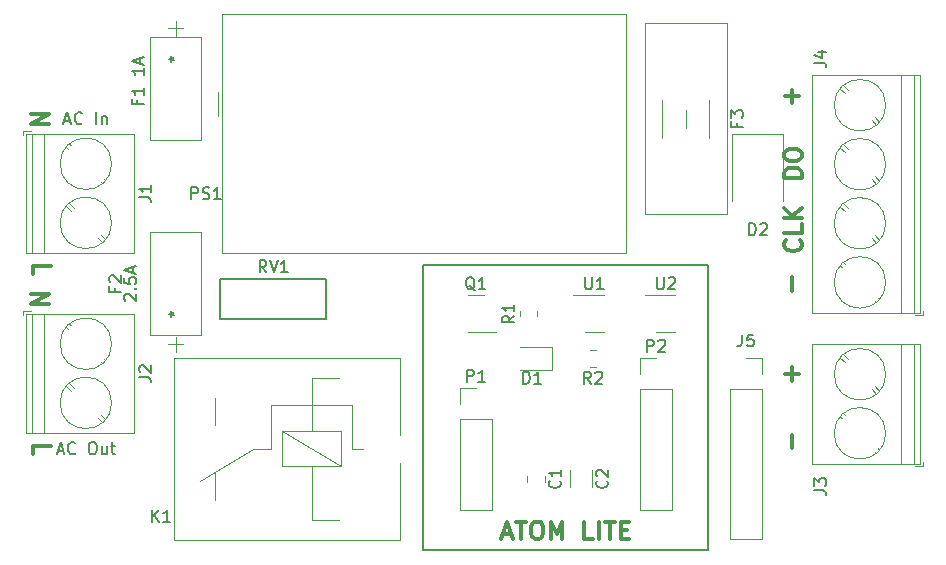
<source format=gbr>
G04 #@! TF.GenerationSoftware,KiCad,Pcbnew,5.99.0-unknown-9aa9857685~131~ubuntu21.04.1*
G04 #@! TF.CreationDate,2021-08-15T16:35:44-05:00*
G04 #@! TF.ProjectId,LED_Pro,4c45445f-5072-46f2-9e6b-696361645f70,rev?*
G04 #@! TF.SameCoordinates,Original*
G04 #@! TF.FileFunction,Legend,Top*
G04 #@! TF.FilePolarity,Positive*
%FSLAX46Y46*%
G04 Gerber Fmt 4.6, Leading zero omitted, Abs format (unit mm)*
G04 Created by KiCad (PCBNEW 5.99.0-unknown-9aa9857685~131~ubuntu21.04.1) date 2021-08-15 16:35:44*
%MOMM*%
%LPD*%
G01*
G04 APERTURE LIST*
%ADD10C,0.300000*%
%ADD11C,0.200000*%
%ADD12C,0.150000*%
%ADD13C,0.120000*%
G04 APERTURE END LIST*
D10*
X121642857Y-108835000D02*
X122357142Y-108835000D01*
X121500000Y-109263571D02*
X122000000Y-107763571D01*
X122500000Y-109263571D01*
X122785714Y-107763571D02*
X123642857Y-107763571D01*
X123214285Y-109263571D02*
X123214285Y-107763571D01*
X124428571Y-107763571D02*
X124714285Y-107763571D01*
X124857142Y-107835000D01*
X125000000Y-107977857D01*
X125071428Y-108263571D01*
X125071428Y-108763571D01*
X125000000Y-109049285D01*
X124857142Y-109192142D01*
X124714285Y-109263571D01*
X124428571Y-109263571D01*
X124285714Y-109192142D01*
X124142857Y-109049285D01*
X124071428Y-108763571D01*
X124071428Y-108263571D01*
X124142857Y-107977857D01*
X124285714Y-107835000D01*
X124428571Y-107763571D01*
X125714285Y-109263571D02*
X125714285Y-107763571D01*
X126214285Y-108835000D01*
X126714285Y-107763571D01*
X126714285Y-109263571D01*
X129285714Y-109263571D02*
X128571428Y-109263571D01*
X128571428Y-107763571D01*
X129785714Y-109263571D02*
X129785714Y-107763571D01*
X130285714Y-107763571D02*
X131142857Y-107763571D01*
X130714285Y-109263571D02*
X130714285Y-107763571D01*
X131642857Y-108477857D02*
X132142857Y-108477857D01*
X132357142Y-109263571D02*
X131642857Y-109263571D01*
X131642857Y-107763571D01*
X132357142Y-107763571D01*
X146839714Y-83950857D02*
X146911142Y-84022285D01*
X146982571Y-84236571D01*
X146982571Y-84379428D01*
X146911142Y-84593714D01*
X146768285Y-84736571D01*
X146625428Y-84808000D01*
X146339714Y-84879428D01*
X146125428Y-84879428D01*
X145839714Y-84808000D01*
X145696857Y-84736571D01*
X145554000Y-84593714D01*
X145482571Y-84379428D01*
X145482571Y-84236571D01*
X145554000Y-84022285D01*
X145625428Y-83950857D01*
X146982571Y-82593714D02*
X146982571Y-83308000D01*
X145482571Y-83308000D01*
X146982571Y-82093714D02*
X145482571Y-82093714D01*
X146982571Y-81236571D02*
X146125428Y-81879428D01*
X145482571Y-81236571D02*
X146339714Y-82093714D01*
X146982571Y-78648571D02*
X145482571Y-78648571D01*
X145482571Y-78291428D01*
X145554000Y-78077142D01*
X145696857Y-77934285D01*
X145839714Y-77862857D01*
X146125428Y-77791428D01*
X146339714Y-77791428D01*
X146625428Y-77862857D01*
X146768285Y-77934285D01*
X146911142Y-78077142D01*
X146982571Y-78291428D01*
X146982571Y-78648571D01*
X145482571Y-76862857D02*
X145482571Y-76577142D01*
X145554000Y-76434285D01*
X145696857Y-76291428D01*
X145982571Y-76220000D01*
X146482571Y-76220000D01*
X146768285Y-76291428D01*
X146911142Y-76434285D01*
X146982571Y-76577142D01*
X146982571Y-76862857D01*
X146911142Y-77005714D01*
X146768285Y-77148571D01*
X146482571Y-77220000D01*
X145982571Y-77220000D01*
X145696857Y-77148571D01*
X145554000Y-77005714D01*
X145482571Y-76862857D01*
D11*
X139065000Y-86070000D02*
X114935000Y-86070000D01*
X139065000Y-110200000D02*
X139065000Y-86070000D01*
X114935000Y-86070000D02*
X114935000Y-110200000D01*
X114935000Y-110200000D02*
X139065000Y-110200000D01*
D10*
X146157142Y-95821428D02*
X146157142Y-94678571D01*
X146728571Y-95250000D02*
X145585714Y-95250000D01*
X83228571Y-89328571D02*
X81728571Y-89328571D01*
X83228571Y-88471428D01*
X81728571Y-88471428D01*
X81871428Y-86824285D02*
X81871428Y-86110000D01*
X83371428Y-86110000D01*
X83228571Y-74088571D02*
X81728571Y-74088571D01*
X83228571Y-73231428D01*
X81728571Y-73231428D01*
X81871428Y-102064285D02*
X81871428Y-101350000D01*
X83371428Y-101350000D01*
X146157142Y-101536428D02*
X146157142Y-100393571D01*
X146157142Y-88201428D02*
X146157142Y-87058571D01*
X146157142Y-72326428D02*
X146157142Y-71183571D01*
X146728571Y-71755000D02*
X145585714Y-71755000D01*
D12*
X91971904Y-107767380D02*
X91971904Y-106767380D01*
X92543333Y-107767380D02*
X92114761Y-107195952D01*
X92543333Y-106767380D02*
X91971904Y-107338809D01*
X93495714Y-107767380D02*
X92924285Y-107767380D01*
X93210000Y-107767380D02*
X93210000Y-106767380D01*
X93114761Y-106910238D01*
X93019523Y-107005476D01*
X92924285Y-107053095D01*
X142517904Y-83510380D02*
X142517904Y-82510380D01*
X142756000Y-82510380D01*
X142898857Y-82558000D01*
X142994095Y-82653238D01*
X143041714Y-82748476D01*
X143089333Y-82938952D01*
X143089333Y-83081809D01*
X143041714Y-83272285D01*
X142994095Y-83367523D01*
X142898857Y-83462761D01*
X142756000Y-83510380D01*
X142517904Y-83510380D01*
X143470285Y-82605619D02*
X143517904Y-82558000D01*
X143613142Y-82510380D01*
X143851238Y-82510380D01*
X143946476Y-82558000D01*
X143994095Y-82605619D01*
X144041714Y-82700857D01*
X144041714Y-82796095D01*
X143994095Y-82938952D01*
X143422666Y-83510380D01*
X144041714Y-83510380D01*
X95305714Y-80462380D02*
X95305714Y-79462380D01*
X95686666Y-79462380D01*
X95781904Y-79510000D01*
X95829523Y-79557619D01*
X95877142Y-79652857D01*
X95877142Y-79795714D01*
X95829523Y-79890952D01*
X95781904Y-79938571D01*
X95686666Y-79986190D01*
X95305714Y-79986190D01*
X96258095Y-80414761D02*
X96400952Y-80462380D01*
X96639047Y-80462380D01*
X96734285Y-80414761D01*
X96781904Y-80367142D01*
X96829523Y-80271904D01*
X96829523Y-80176666D01*
X96781904Y-80081428D01*
X96734285Y-80033809D01*
X96639047Y-79986190D01*
X96448571Y-79938571D01*
X96353333Y-79890952D01*
X96305714Y-79843333D01*
X96258095Y-79748095D01*
X96258095Y-79652857D01*
X96305714Y-79557619D01*
X96353333Y-79510000D01*
X96448571Y-79462380D01*
X96686666Y-79462380D01*
X96829523Y-79510000D01*
X97781904Y-80462380D02*
X97210476Y-80462380D01*
X97496190Y-80462380D02*
X97496190Y-79462380D01*
X97400952Y-79605238D01*
X97305714Y-79700476D01*
X97210476Y-79748095D01*
X141458571Y-73993333D02*
X141458571Y-74326666D01*
X141982380Y-74326666D02*
X140982380Y-74326666D01*
X140982380Y-73850476D01*
X140982380Y-73564761D02*
X140982380Y-72945714D01*
X141363333Y-73279047D01*
X141363333Y-73136190D01*
X141410952Y-73040952D01*
X141458571Y-72993333D01*
X141553809Y-72945714D01*
X141791904Y-72945714D01*
X141887142Y-72993333D01*
X141934761Y-73040952D01*
X141982380Y-73136190D01*
X141982380Y-73421904D01*
X141934761Y-73517142D01*
X141887142Y-73564761D01*
X90872380Y-80303333D02*
X91586666Y-80303333D01*
X91729523Y-80350952D01*
X91824761Y-80446190D01*
X91872380Y-80589047D01*
X91872380Y-80684285D01*
X91872380Y-79303333D02*
X91872380Y-79874761D01*
X91872380Y-79589047D02*
X90872380Y-79589047D01*
X91015238Y-79684285D01*
X91110476Y-79779523D01*
X91158095Y-79874761D01*
X84550476Y-73826666D02*
X85026666Y-73826666D01*
X84455238Y-74112380D02*
X84788571Y-73112380D01*
X85121904Y-74112380D01*
X86026666Y-74017142D02*
X85979047Y-74064761D01*
X85836190Y-74112380D01*
X85740952Y-74112380D01*
X85598095Y-74064761D01*
X85502857Y-73969523D01*
X85455238Y-73874285D01*
X85407619Y-73683809D01*
X85407619Y-73540952D01*
X85455238Y-73350476D01*
X85502857Y-73255238D01*
X85598095Y-73160000D01*
X85740952Y-73112380D01*
X85836190Y-73112380D01*
X85979047Y-73160000D01*
X86026666Y-73207619D01*
X87217142Y-74112380D02*
X87217142Y-73112380D01*
X87693333Y-73445714D02*
X87693333Y-74112380D01*
X87693333Y-73540952D02*
X87740952Y-73493333D01*
X87836190Y-73445714D01*
X87979047Y-73445714D01*
X88074285Y-73493333D01*
X88121904Y-73588571D01*
X88121904Y-74112380D01*
X90872380Y-95543333D02*
X91586666Y-95543333D01*
X91729523Y-95590952D01*
X91824761Y-95686190D01*
X91872380Y-95829047D01*
X91872380Y-95924285D01*
X90967619Y-95114761D02*
X90920000Y-95067142D01*
X90872380Y-94971904D01*
X90872380Y-94733809D01*
X90920000Y-94638571D01*
X90967619Y-94590952D01*
X91062857Y-94543333D01*
X91158095Y-94543333D01*
X91300952Y-94590952D01*
X91872380Y-95162380D01*
X91872380Y-94543333D01*
X83979047Y-101766666D02*
X84455238Y-101766666D01*
X83883809Y-102052380D02*
X84217142Y-101052380D01*
X84550476Y-102052380D01*
X85455238Y-101957142D02*
X85407619Y-102004761D01*
X85264761Y-102052380D01*
X85169523Y-102052380D01*
X85026666Y-102004761D01*
X84931428Y-101909523D01*
X84883809Y-101814285D01*
X84836190Y-101623809D01*
X84836190Y-101480952D01*
X84883809Y-101290476D01*
X84931428Y-101195238D01*
X85026666Y-101100000D01*
X85169523Y-101052380D01*
X85264761Y-101052380D01*
X85407619Y-101100000D01*
X85455238Y-101147619D01*
X86836190Y-101052380D02*
X87026666Y-101052380D01*
X87121904Y-101100000D01*
X87217142Y-101195238D01*
X87264761Y-101385714D01*
X87264761Y-101719047D01*
X87217142Y-101909523D01*
X87121904Y-102004761D01*
X87026666Y-102052380D01*
X86836190Y-102052380D01*
X86740952Y-102004761D01*
X86645714Y-101909523D01*
X86598095Y-101719047D01*
X86598095Y-101385714D01*
X86645714Y-101195238D01*
X86740952Y-101100000D01*
X86836190Y-101052380D01*
X88121904Y-101385714D02*
X88121904Y-102052380D01*
X87693333Y-101385714D02*
X87693333Y-101909523D01*
X87740952Y-102004761D01*
X87836190Y-102052380D01*
X87979047Y-102052380D01*
X88074285Y-102004761D01*
X88121904Y-101957142D01*
X88455238Y-101385714D02*
X88836190Y-101385714D01*
X88598095Y-101052380D02*
X88598095Y-101909523D01*
X88645714Y-102004761D01*
X88740952Y-102052380D01*
X88836190Y-102052380D01*
X148042380Y-105108333D02*
X148756666Y-105108333D01*
X148899523Y-105155952D01*
X148994761Y-105251190D01*
X149042380Y-105394047D01*
X149042380Y-105489285D01*
X148042380Y-104727380D02*
X148042380Y-104108333D01*
X148423333Y-104441666D01*
X148423333Y-104298809D01*
X148470952Y-104203571D01*
X148518571Y-104155952D01*
X148613809Y-104108333D01*
X148851904Y-104108333D01*
X148947142Y-104155952D01*
X148994761Y-104203571D01*
X149042380Y-104298809D01*
X149042380Y-104584523D01*
X148994761Y-104679761D01*
X148947142Y-104727380D01*
X148042380Y-68913333D02*
X148756666Y-68913333D01*
X148899523Y-68960952D01*
X148994761Y-69056190D01*
X149042380Y-69199047D01*
X149042380Y-69294285D01*
X148375714Y-68008571D02*
X149042380Y-68008571D01*
X147994761Y-68246666D02*
X148709047Y-68484761D01*
X148709047Y-67865714D01*
X141906666Y-91932380D02*
X141906666Y-92646666D01*
X141859047Y-92789523D01*
X141763809Y-92884761D01*
X141620952Y-92932380D01*
X141525714Y-92932380D01*
X142859047Y-91932380D02*
X142382857Y-91932380D01*
X142335238Y-92408571D01*
X142382857Y-92360952D01*
X142478095Y-92313333D01*
X142716190Y-92313333D01*
X142811428Y-92360952D01*
X142859047Y-92408571D01*
X142906666Y-92503809D01*
X142906666Y-92741904D01*
X142859047Y-92837142D01*
X142811428Y-92884761D01*
X142716190Y-92932380D01*
X142478095Y-92932380D01*
X142382857Y-92884761D01*
X142335238Y-92837142D01*
X118641904Y-95917380D02*
X118641904Y-94917380D01*
X119022857Y-94917380D01*
X119118095Y-94965000D01*
X119165714Y-95012619D01*
X119213333Y-95107857D01*
X119213333Y-95250714D01*
X119165714Y-95345952D01*
X119118095Y-95393571D01*
X119022857Y-95441190D01*
X118641904Y-95441190D01*
X120165714Y-95917380D02*
X119594285Y-95917380D01*
X119880000Y-95917380D02*
X119880000Y-94917380D01*
X119784761Y-95060238D01*
X119689523Y-95155476D01*
X119594285Y-95203095D01*
X133881904Y-93377380D02*
X133881904Y-92377380D01*
X134262857Y-92377380D01*
X134358095Y-92425000D01*
X134405714Y-92472619D01*
X134453333Y-92567857D01*
X134453333Y-92710714D01*
X134405714Y-92805952D01*
X134358095Y-92853571D01*
X134262857Y-92901190D01*
X133881904Y-92901190D01*
X134834285Y-92472619D02*
X134881904Y-92425000D01*
X134977142Y-92377380D01*
X135215238Y-92377380D01*
X135310476Y-92425000D01*
X135358095Y-92472619D01*
X135405714Y-92567857D01*
X135405714Y-92663095D01*
X135358095Y-92805952D01*
X134786666Y-93377380D01*
X135405714Y-93377380D01*
X128645595Y-87082380D02*
X128645595Y-87891904D01*
X128693214Y-87987142D01*
X128740833Y-88034761D01*
X128836071Y-88082380D01*
X129026547Y-88082380D01*
X129121785Y-88034761D01*
X129169404Y-87987142D01*
X129217023Y-87891904D01*
X129217023Y-87082380D01*
X130217023Y-88082380D02*
X129645595Y-88082380D01*
X129931309Y-88082380D02*
X129931309Y-87082380D01*
X129836071Y-87225238D01*
X129740833Y-87320476D01*
X129645595Y-87368095D01*
X134713095Y-87082380D02*
X134713095Y-87891904D01*
X134760714Y-87987142D01*
X134808333Y-88034761D01*
X134903571Y-88082380D01*
X135094047Y-88082380D01*
X135189285Y-88034761D01*
X135236904Y-87987142D01*
X135284523Y-87891904D01*
X135284523Y-87082380D01*
X135713095Y-87177619D02*
X135760714Y-87130000D01*
X135855952Y-87082380D01*
X136094047Y-87082380D01*
X136189285Y-87130000D01*
X136236904Y-87177619D01*
X136284523Y-87272857D01*
X136284523Y-87368095D01*
X136236904Y-87510952D01*
X135665476Y-88082380D01*
X136284523Y-88082380D01*
X119284761Y-88177619D02*
X119189523Y-88130000D01*
X119094285Y-88034761D01*
X118951428Y-87891904D01*
X118856190Y-87844285D01*
X118760952Y-87844285D01*
X118808571Y-88082380D02*
X118713333Y-88034761D01*
X118618095Y-87939523D01*
X118570476Y-87749047D01*
X118570476Y-87415714D01*
X118618095Y-87225238D01*
X118713333Y-87130000D01*
X118808571Y-87082380D01*
X118999047Y-87082380D01*
X119094285Y-87130000D01*
X119189523Y-87225238D01*
X119237142Y-87415714D01*
X119237142Y-87749047D01*
X119189523Y-87939523D01*
X119094285Y-88034761D01*
X118999047Y-88082380D01*
X118808571Y-88082380D01*
X120189523Y-88082380D02*
X119618095Y-88082380D01*
X119903809Y-88082380D02*
X119903809Y-87082380D01*
X119808571Y-87225238D01*
X119713333Y-87320476D01*
X119618095Y-87368095D01*
X122627380Y-90336666D02*
X122151190Y-90670000D01*
X122627380Y-90908095D02*
X121627380Y-90908095D01*
X121627380Y-90527142D01*
X121675000Y-90431904D01*
X121722619Y-90384285D01*
X121817857Y-90336666D01*
X121960714Y-90336666D01*
X122055952Y-90384285D01*
X122103571Y-90431904D01*
X122151190Y-90527142D01*
X122151190Y-90908095D01*
X122627380Y-89384285D02*
X122627380Y-89955714D01*
X122627380Y-89670000D02*
X121627380Y-89670000D01*
X121770238Y-89765238D01*
X121865476Y-89860476D01*
X121913095Y-89955714D01*
X129128333Y-96082380D02*
X128795000Y-95606190D01*
X128556904Y-96082380D02*
X128556904Y-95082380D01*
X128937857Y-95082380D01*
X129033095Y-95130000D01*
X129080714Y-95177619D01*
X129128333Y-95272857D01*
X129128333Y-95415714D01*
X129080714Y-95510952D01*
X129033095Y-95558571D01*
X128937857Y-95606190D01*
X128556904Y-95606190D01*
X129509285Y-95177619D02*
X129556904Y-95130000D01*
X129652142Y-95082380D01*
X129890238Y-95082380D01*
X129985476Y-95130000D01*
X130033095Y-95177619D01*
X130080714Y-95272857D01*
X130080714Y-95368095D01*
X130033095Y-95510952D01*
X129461666Y-96082380D01*
X130080714Y-96082380D01*
X126467142Y-104306666D02*
X126514761Y-104354285D01*
X126562380Y-104497142D01*
X126562380Y-104592380D01*
X126514761Y-104735238D01*
X126419523Y-104830476D01*
X126324285Y-104878095D01*
X126133809Y-104925714D01*
X125990952Y-104925714D01*
X125800476Y-104878095D01*
X125705238Y-104830476D01*
X125610000Y-104735238D01*
X125562380Y-104592380D01*
X125562380Y-104497142D01*
X125610000Y-104354285D01*
X125657619Y-104306666D01*
X126562380Y-103354285D02*
X126562380Y-103925714D01*
X126562380Y-103640000D02*
X125562380Y-103640000D01*
X125705238Y-103735238D01*
X125800476Y-103830476D01*
X125848095Y-103925714D01*
X101639761Y-86652380D02*
X101306428Y-86176190D01*
X101068333Y-86652380D02*
X101068333Y-85652380D01*
X101449285Y-85652380D01*
X101544523Y-85700000D01*
X101592142Y-85747619D01*
X101639761Y-85842857D01*
X101639761Y-85985714D01*
X101592142Y-86080952D01*
X101544523Y-86128571D01*
X101449285Y-86176190D01*
X101068333Y-86176190D01*
X101925476Y-85652380D02*
X102258809Y-86652380D01*
X102592142Y-85652380D01*
X103449285Y-86652380D02*
X102877857Y-86652380D01*
X103163571Y-86652380D02*
X103163571Y-85652380D01*
X103068333Y-85795238D01*
X102973095Y-85890476D01*
X102877857Y-85938095D01*
X90733571Y-72088333D02*
X90733571Y-72421666D01*
X91257380Y-72421666D02*
X90257380Y-72421666D01*
X90257380Y-71945476D01*
X91257380Y-71040714D02*
X91257380Y-71612142D01*
X91257380Y-71326428D02*
X90257380Y-71326428D01*
X90400238Y-71421666D01*
X90495476Y-71516904D01*
X90543095Y-71612142D01*
X91257380Y-69357857D02*
X91257380Y-69929285D01*
X91257380Y-69643571D02*
X90257380Y-69643571D01*
X90400238Y-69738809D01*
X90495476Y-69834047D01*
X90543095Y-69929285D01*
X90971666Y-68976904D02*
X90971666Y-68500714D01*
X91257380Y-69072142D02*
X90257380Y-68738809D01*
X91257380Y-68405476D01*
X93432380Y-68580000D02*
X93670476Y-68580000D01*
X93575238Y-68818095D02*
X93670476Y-68580000D01*
X93575238Y-68341904D01*
X93860952Y-68722857D02*
X93670476Y-68580000D01*
X93860952Y-68437142D01*
X88828571Y-87963333D02*
X88828571Y-88296666D01*
X89352380Y-88296666D02*
X88352380Y-88296666D01*
X88352380Y-87820476D01*
X88447619Y-87487142D02*
X88400000Y-87439523D01*
X88352380Y-87344285D01*
X88352380Y-87106190D01*
X88400000Y-87010952D01*
X88447619Y-86963333D01*
X88542857Y-86915714D01*
X88638095Y-86915714D01*
X88780952Y-86963333D01*
X89352380Y-87534761D01*
X89352380Y-86915714D01*
X89717619Y-89058571D02*
X89670000Y-89010952D01*
X89622380Y-88915714D01*
X89622380Y-88677619D01*
X89670000Y-88582380D01*
X89717619Y-88534761D01*
X89812857Y-88487142D01*
X89908095Y-88487142D01*
X90050952Y-88534761D01*
X90622380Y-89106190D01*
X90622380Y-88487142D01*
X90527142Y-88058571D02*
X90574761Y-88010952D01*
X90622380Y-88058571D01*
X90574761Y-88106190D01*
X90527142Y-88058571D01*
X90622380Y-88058571D01*
X89622380Y-87106190D02*
X89622380Y-87582380D01*
X90098571Y-87630000D01*
X90050952Y-87582380D01*
X90003333Y-87487142D01*
X90003333Y-87249047D01*
X90050952Y-87153809D01*
X90098571Y-87106190D01*
X90193809Y-87058571D01*
X90431904Y-87058571D01*
X90527142Y-87106190D01*
X90574761Y-87153809D01*
X90622380Y-87249047D01*
X90622380Y-87487142D01*
X90574761Y-87582380D01*
X90527142Y-87630000D01*
X90336666Y-86677619D02*
X90336666Y-86201428D01*
X90622380Y-86772857D02*
X89622380Y-86439523D01*
X90622380Y-86106190D01*
X93432380Y-90170000D02*
X93670476Y-90170000D01*
X93575238Y-90408095D02*
X93670476Y-90170000D01*
X93575238Y-89931904D01*
X93860952Y-90312857D02*
X93670476Y-90170000D01*
X93860952Y-90027142D01*
X123389404Y-96082380D02*
X123389404Y-95082380D01*
X123627500Y-95082380D01*
X123770357Y-95130000D01*
X123865595Y-95225238D01*
X123913214Y-95320476D01*
X123960833Y-95510952D01*
X123960833Y-95653809D01*
X123913214Y-95844285D01*
X123865595Y-95939523D01*
X123770357Y-96034761D01*
X123627500Y-96082380D01*
X123389404Y-96082380D01*
X124913214Y-96082380D02*
X124341785Y-96082380D01*
X124627500Y-96082380D02*
X124627500Y-95082380D01*
X124532261Y-95225238D01*
X124437023Y-95320476D01*
X124341785Y-95368095D01*
X130477142Y-104306666D02*
X130524761Y-104354285D01*
X130572380Y-104497142D01*
X130572380Y-104592380D01*
X130524761Y-104735238D01*
X130429523Y-104830476D01*
X130334285Y-104878095D01*
X130143809Y-104925714D01*
X130000952Y-104925714D01*
X129810476Y-104878095D01*
X129715238Y-104830476D01*
X129620000Y-104735238D01*
X129572380Y-104592380D01*
X129572380Y-104497142D01*
X129620000Y-104354285D01*
X129667619Y-104306666D01*
X129667619Y-103925714D02*
X129620000Y-103878095D01*
X129572380Y-103782857D01*
X129572380Y-103544761D01*
X129620000Y-103449523D01*
X129667619Y-103401904D01*
X129762857Y-103354285D01*
X129858095Y-103354285D01*
X130000952Y-103401904D01*
X130572380Y-103973333D01*
X130572380Y-103354285D01*
D13*
X105497500Y-107600000D02*
X107797500Y-107600000D01*
X102997500Y-100100000D02*
X107997500Y-103100000D01*
X101997500Y-101600000D02*
X101997500Y-97900000D01*
X105497500Y-107600000D02*
X105497500Y-103100000D01*
X112997500Y-100400000D02*
X112997500Y-93900000D01*
X101997500Y-101600000D02*
X100497500Y-101600000D01*
X97297500Y-105900000D02*
X97297500Y-103600000D01*
X100497500Y-101600000D02*
X95997500Y-104300000D01*
X107797500Y-95600000D02*
X105497500Y-95600000D01*
X105497500Y-100100000D02*
X105497500Y-95600000D01*
X97297500Y-97300000D02*
X97297500Y-99600000D01*
X108897500Y-101600000D02*
X109797500Y-101600000D01*
X112997500Y-109300000D02*
X93797500Y-109300000D01*
X93797500Y-109300000D02*
X93797500Y-93900000D01*
X93797500Y-93900000D02*
X112997500Y-93900000D01*
X112997500Y-109300000D02*
X112997500Y-102800000D01*
X107997500Y-100100000D02*
X107997500Y-103100000D01*
X102997500Y-100100000D02*
X107997500Y-100100000D01*
X101997500Y-97900000D02*
X108897500Y-97900000D01*
X108897500Y-101600000D02*
X108897500Y-97900000D01*
X102997500Y-103100000D02*
X102997500Y-100100000D01*
X107997500Y-103100000D02*
X102997500Y-103100000D01*
X145406000Y-74936000D02*
X145406000Y-80636000D01*
X141106000Y-74936000D02*
X141106000Y-80636000D01*
X145406000Y-74936000D02*
X141106000Y-74936000D01*
X132130000Y-64790000D02*
X97930000Y-64790000D01*
X132130000Y-84990000D02*
X132130000Y-64790000D01*
X97930000Y-64790000D02*
X97930000Y-84990000D01*
X97930000Y-84990000D02*
X132130000Y-84990000D01*
X97540000Y-71390000D02*
X97540000Y-73400000D01*
X135160000Y-75260000D02*
X135160000Y-72060000D01*
X140630000Y-65560000D02*
X133690000Y-65560000D01*
X133690000Y-81760000D02*
X140630000Y-81760000D01*
X140630000Y-81760000D02*
X140630000Y-65560000D01*
X133690000Y-65560000D02*
X133690000Y-81760000D01*
X137160000Y-72910000D02*
X137160000Y-74410000D01*
X139160000Y-72060000D02*
X139160000Y-75260000D01*
X87748000Y-79124000D02*
X87641000Y-79017000D01*
X84813000Y-76188000D02*
X84706000Y-76082000D01*
X82860000Y-74910000D02*
X82860000Y-85030000D01*
X85368000Y-81212000D02*
X84972000Y-80817000D01*
X90420000Y-74910000D02*
X81300000Y-74910000D01*
X81700000Y-74670000D02*
X81060000Y-74670000D01*
X85086000Y-81463000D02*
X84706000Y-81083000D01*
X81060000Y-74670000D02*
X81060000Y-75070000D01*
X90420000Y-74910000D02*
X90420000Y-85030000D01*
X88014000Y-83858000D02*
X87634000Y-83478000D01*
X81300000Y-74910000D02*
X81300000Y-85030000D01*
X88014000Y-78858000D02*
X87907000Y-78751000D01*
X90420000Y-85030000D02*
X81300000Y-85030000D01*
X81760000Y-74910000D02*
X81760000Y-85030000D01*
X85079000Y-75922000D02*
X84972000Y-75816000D01*
X87748000Y-84124000D02*
X87352000Y-83729000D01*
X88540000Y-82470000D02*
G75*
G03*
X88540000Y-82470000I-2180000J0D01*
G01*
X88540000Y-77470000D02*
G75*
G03*
X88540000Y-77470000I-2180000J0D01*
G01*
X85086000Y-96703000D02*
X84706000Y-96323000D01*
X88014000Y-99098000D02*
X87634000Y-98718000D01*
X81700000Y-89910000D02*
X81060000Y-89910000D01*
X88014000Y-94098000D02*
X87907000Y-93991000D01*
X82860000Y-90150000D02*
X82860000Y-100270000D01*
X90420000Y-90150000D02*
X81300000Y-90150000D01*
X90420000Y-100270000D02*
X81300000Y-100270000D01*
X87748000Y-94364000D02*
X87641000Y-94257000D01*
X81060000Y-89910000D02*
X81060000Y-90310000D01*
X85368000Y-96452000D02*
X84972000Y-96057000D01*
X85079000Y-91162000D02*
X84972000Y-91056000D01*
X81300000Y-90150000D02*
X81300000Y-100270000D01*
X84813000Y-91428000D02*
X84706000Y-91322000D01*
X81760000Y-90150000D02*
X81760000Y-100270000D01*
X87748000Y-99364000D02*
X87352000Y-98969000D01*
X90420000Y-90150000D02*
X90420000Y-100270000D01*
X88540000Y-97710000D02*
G75*
G03*
X88540000Y-97710000I-2180000J0D01*
G01*
X88540000Y-92710000D02*
G75*
G03*
X88540000Y-92710000I-2180000J0D01*
G01*
X147840000Y-102850000D02*
X147840000Y-92730000D01*
X153447000Y-101572000D02*
X153554000Y-101678000D01*
X150512000Y-93636000D02*
X150908000Y-94031000D01*
X156560000Y-103090000D02*
X157200000Y-103090000D01*
X152892000Y-96548000D02*
X153288000Y-96943000D01*
X147840000Y-102850000D02*
X156960000Y-102850000D01*
X155400000Y-102850000D02*
X155400000Y-92730000D01*
X150246000Y-98902000D02*
X150353000Y-99009000D01*
X156500000Y-102850000D02*
X156500000Y-92730000D01*
X150246000Y-93902000D02*
X150626000Y-94282000D01*
X150512000Y-98636000D02*
X150619000Y-98743000D01*
X153174000Y-96297000D02*
X153554000Y-96677000D01*
X153181000Y-101838000D02*
X153288000Y-101944000D01*
X156960000Y-102850000D02*
X156960000Y-92730000D01*
X157200000Y-103090000D02*
X157200000Y-102690000D01*
X147840000Y-92730000D02*
X156960000Y-92730000D01*
X154080000Y-95290000D02*
G75*
G03*
X154080000Y-95290000I-2180000J0D01*
G01*
X154080000Y-100290000D02*
G75*
G03*
X154080000Y-100290000I-2180000J0D01*
G01*
X157200000Y-90310000D02*
X157200000Y-89910000D01*
X152892000Y-73768000D02*
X153288000Y-74163000D01*
X153447000Y-88792000D02*
X153554000Y-88898000D01*
X147840000Y-90070000D02*
X147840000Y-69949000D01*
X153181000Y-89058000D02*
X153288000Y-89164000D01*
X152892000Y-78768000D02*
X153288000Y-79163000D01*
X153174000Y-78517000D02*
X153554000Y-78897000D01*
X153174000Y-83517000D02*
X153554000Y-83897000D01*
X153174000Y-73517000D02*
X153554000Y-73897000D01*
X150246000Y-86122000D02*
X150353000Y-86229000D01*
X150512000Y-85856000D02*
X150619000Y-85963000D01*
X150512000Y-80856000D02*
X150908000Y-81251000D01*
X150246000Y-76122000D02*
X150626000Y-76502000D01*
X156960000Y-90070000D02*
X156960000Y-69949000D01*
X155400000Y-90070000D02*
X155400000Y-69949000D01*
X156500000Y-90070000D02*
X156500000Y-69949000D01*
X150512000Y-75856000D02*
X150908000Y-76251000D01*
X156560000Y-90310000D02*
X157200000Y-90310000D01*
X152892000Y-83768000D02*
X153288000Y-84163000D01*
X150512000Y-70856000D02*
X150908000Y-71251000D01*
X147840000Y-90070000D02*
X156960000Y-90070000D01*
X147840000Y-69949000D02*
X156960000Y-69949000D01*
X150246000Y-81122000D02*
X150626000Y-81502000D01*
X150246000Y-71122000D02*
X150626000Y-71502000D01*
X154080000Y-72510000D02*
G75*
G03*
X154080000Y-72510000I-2180000J0D01*
G01*
X154080000Y-77510000D02*
G75*
G03*
X154080000Y-77510000I-2180000J0D01*
G01*
X154080000Y-82510000D02*
G75*
G03*
X154080000Y-82510000I-2180000J0D01*
G01*
X154080000Y-87510000D02*
G75*
G03*
X154080000Y-87510000I-2180000J0D01*
G01*
X142240000Y-93920000D02*
X143570000Y-93920000D01*
X143570000Y-93920000D02*
X143570000Y-95250000D01*
X140910000Y-96520000D02*
X140910000Y-109280000D01*
X140910000Y-96520000D02*
X143570000Y-96520000D01*
X140910000Y-109280000D02*
X143570000Y-109280000D01*
X143570000Y-96520000D02*
X143570000Y-109280000D01*
X118050000Y-99065000D02*
X118050000Y-106745000D01*
X120710000Y-99065000D02*
X120710000Y-106745000D01*
X118050000Y-96465000D02*
X119380000Y-96465000D01*
X118050000Y-97795000D02*
X118050000Y-96465000D01*
X118050000Y-106745000D02*
X120710000Y-106745000D01*
X118050000Y-99065000D02*
X120710000Y-99065000D01*
X133290000Y-93925000D02*
X134620000Y-93925000D01*
X135950000Y-96525000D02*
X135950000Y-106745000D01*
X133290000Y-96525000D02*
X135950000Y-96525000D01*
X133290000Y-106745000D02*
X135950000Y-106745000D01*
X133290000Y-96525000D02*
X133290000Y-106745000D01*
X133290000Y-95255000D02*
X133290000Y-93925000D01*
X129407500Y-91730000D02*
X128607500Y-91730000D01*
X129407500Y-88610000D02*
X127607500Y-88610000D01*
X129407500Y-91730000D02*
X130207500Y-91730000D01*
X129407500Y-88610000D02*
X130207500Y-88610000D01*
X135475000Y-88610000D02*
X136275000Y-88610000D01*
X135475000Y-91730000D02*
X136275000Y-91730000D01*
X135475000Y-91730000D02*
X134675000Y-91730000D01*
X135475000Y-88610000D02*
X133675000Y-88610000D01*
X119380000Y-88610000D02*
X118730000Y-88610000D01*
X119380000Y-91730000D02*
X121055000Y-91730000D01*
X119380000Y-91730000D02*
X118730000Y-91730000D01*
X119380000Y-88610000D02*
X120030000Y-88610000D01*
X123090000Y-90397064D02*
X123090000Y-89942936D01*
X124560000Y-90397064D02*
X124560000Y-89942936D01*
X129522064Y-94715000D02*
X129067936Y-94715000D01*
X129522064Y-93245000D02*
X129067936Y-93245000D01*
X123725000Y-103878748D02*
X123725000Y-104401252D01*
X125195000Y-103878748D02*
X125195000Y-104401252D01*
D12*
X97735000Y-90600000D02*
X97735000Y-87200000D01*
X106735000Y-90600000D02*
X106735000Y-87200000D01*
X106735000Y-87200000D02*
X97735000Y-87200000D01*
X106735000Y-90600000D02*
X97735000Y-90600000D01*
D13*
X91808300Y-75476100D02*
X91808300Y-66763900D01*
X96151700Y-75476100D02*
X91808300Y-75476100D01*
X96151700Y-66763900D02*
X91808300Y-66763900D01*
X96151700Y-75476100D02*
X96151700Y-66763900D01*
X94615000Y-66001900D02*
X93345000Y-66001900D01*
X93980000Y-65366900D02*
X93980000Y-66636900D01*
X93345000Y-92748100D02*
X94615000Y-92748100D01*
X93980000Y-93383100D02*
X93980000Y-92113100D01*
X91808300Y-83273900D02*
X96151700Y-83273900D01*
X91808300Y-83273900D02*
X91808300Y-91986100D01*
X96151700Y-83273900D02*
X96151700Y-91986100D01*
X91808300Y-91986100D02*
X96151700Y-91986100D01*
X123127500Y-94940000D02*
X125812500Y-94940000D01*
X125812500Y-94940000D02*
X125812500Y-93020000D01*
X125812500Y-93020000D02*
X123127500Y-93020000D01*
X129180000Y-103428748D02*
X129180000Y-104851252D01*
X127360000Y-103428748D02*
X127360000Y-104851252D01*
M02*

</source>
